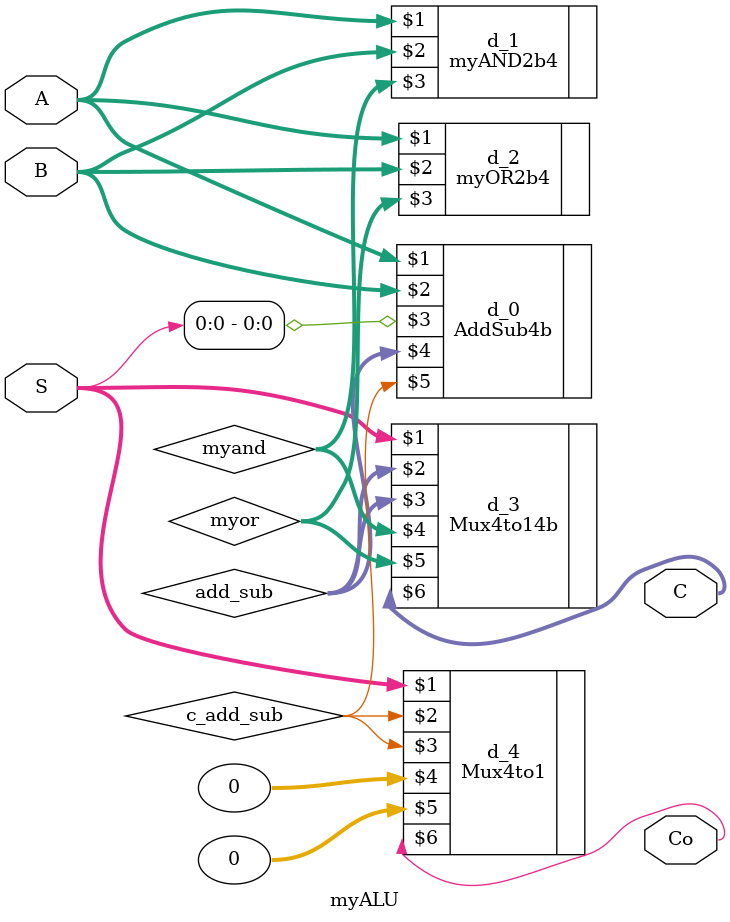
<source format=v>
module myALU(A,B,S,C,Co);
input wire[3:0]A,B;
input wire[1:0]S;
output wire[3:0]C;
output wire Co;
wire[3:0] add_sub,myand,myor;
wire c_add_sub;
AddSub4b d_0(A,B,S[0],add_sub,c_add_sub);
myAND2b4 d_1(A,B,myand);
myOR2b4 d_2(A,B,myor);
Mux4to14b d_3(S,add_sub,add_sub,myand,myor,C);
Mux4to1 d_4(S,c_add_sub,c_add_sub,0,0,Co);
endmodule
</source>
